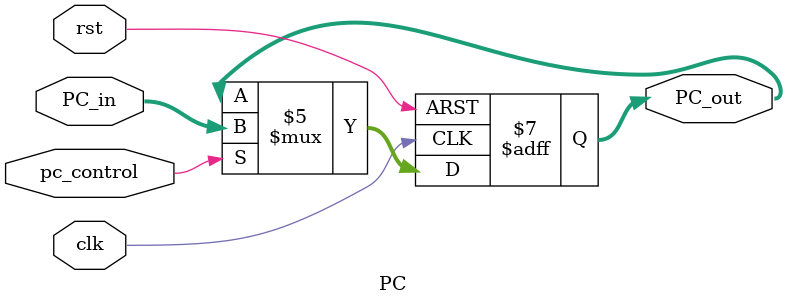
<source format=v>
`timescale 1ns / 1ps


module PC(
    input pc_control,
    input [31:0]PC_in,
    output reg [31:0]PC_out,
    input rst,clk
    );
    always@(posedge clk or posedge rst)
    if(rst) PC_out <= 0;
    else begin
        if(pc_control) PC_out <= PC_in;
        else if(!pc_control)PC_out <= PC_out;
    end
endmodule

</source>
